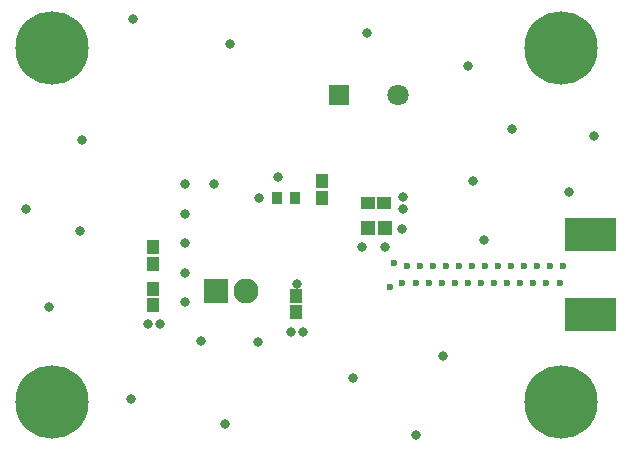
<source format=gbr>
G04*
G04 #@! TF.GenerationSoftware,Altium Limited,Altium Designer,24.4.1 (13)*
G04*
G04 Layer_Color=16711935*
%FSLAX25Y25*%
%MOIN*%
G70*
G04*
G04 #@! TF.SameCoordinates,D49A6A7F-BD6C-421B-9F91-F44A7ED913D7*
G04*
G04*
G04 #@! TF.FilePolarity,Negative*
G04*
G01*
G75*
%ADD21R,0.16961X0.05150*%
%ADD26C,0.08284*%
%ADD27R,0.08284X0.08284*%
%ADD28C,0.07099*%
%ADD29R,0.07099X0.07099*%
%ADD30C,0.24422*%
%ADD31C,0.02362*%
%ADD32C,0.03162*%
%ADD44R,0.04355X0.04547*%
%ADD45R,0.04166X0.04748*%
%ADD46R,0.03775X0.03985*%
%ADD47R,0.04540X0.04934*%
%ADD48R,0.04748X0.04166*%
G36*
X188189Y23622D02*
X171260D01*
Y34646D01*
X188189D01*
Y23622D01*
D02*
G37*
G36*
Y50394D02*
X171260D01*
Y61417D01*
X188189D01*
Y50394D01*
D02*
G37*
D21*
X179728Y31500D02*
D03*
Y53350D02*
D03*
D26*
X64728Y36925D02*
D03*
D27*
X54728D02*
D03*
D28*
X115454Y102257D02*
D03*
D29*
X95769D02*
D03*
D30*
X169685Y118110D02*
D03*
X0D02*
D03*
Y0D02*
D03*
X169685Y0D02*
D03*
D31*
X170606Y45170D02*
D03*
X112812Y38233D02*
D03*
X116932Y39666D02*
D03*
X121294D02*
D03*
X125656D02*
D03*
X130019D02*
D03*
X134381D02*
D03*
X138743D02*
D03*
X143105D02*
D03*
X147467D02*
D03*
X151830D02*
D03*
X156192D02*
D03*
X160554D02*
D03*
X164916D02*
D03*
X169278D02*
D03*
X166266Y45185D02*
D03*
X161904D02*
D03*
X157542D02*
D03*
X153180D02*
D03*
X148818D02*
D03*
X144455D02*
D03*
X140093D02*
D03*
X135731D02*
D03*
X131369D02*
D03*
X127006D02*
D03*
X122644D02*
D03*
X118282D02*
D03*
X114107Y46448D02*
D03*
D32*
X81693Y39291D02*
D03*
X103543Y51496D02*
D03*
X130475Y15293D02*
D03*
X121459Y-10888D02*
D03*
X59333Y119230D02*
D03*
X26971Y127773D02*
D03*
X10081Y87222D02*
D03*
X-8659Y64387D02*
D03*
X9570Y56907D02*
D03*
X-903Y31671D02*
D03*
X100475Y7812D02*
D03*
X57837Y-7463D02*
D03*
X26459Y1120D02*
D03*
X180751Y88718D02*
D03*
X138861Y111946D02*
D03*
X144255Y53836D02*
D03*
X172522Y69860D02*
D03*
X140475Y73678D02*
D03*
X153507Y90923D02*
D03*
X105039Y123031D02*
D03*
X32083Y25854D02*
D03*
X36020D02*
D03*
X83697Y23295D02*
D03*
X79760D02*
D03*
X68797Y19953D02*
D03*
X49938Y20229D02*
D03*
X44327Y33138D02*
D03*
X54169Y72508D02*
D03*
X44327Y42980D02*
D03*
Y52823D02*
D03*
Y62665D02*
D03*
Y72508D02*
D03*
X173622Y27559D02*
D03*
X177559D02*
D03*
X181496D02*
D03*
X185433D02*
D03*
Y57480D02*
D03*
X181496D02*
D03*
X177559D02*
D03*
X173622D02*
D03*
X68997Y68005D02*
D03*
X111123Y51469D02*
D03*
X117029Y68162D02*
D03*
X75297Y75091D02*
D03*
X117029Y64225D02*
D03*
X116635Y57768D02*
D03*
D44*
X90257Y67904D02*
D03*
Y73617D02*
D03*
X33850Y45812D02*
D03*
Y51526D02*
D03*
D45*
X81596Y30004D02*
D03*
Y35327D02*
D03*
X33850Y32169D02*
D03*
Y37493D02*
D03*
D46*
X75139Y67883D02*
D03*
X81255D02*
D03*
D47*
X111020Y57813D02*
D03*
X105312D02*
D03*
D48*
X105488Y66313D02*
D03*
X110812D02*
D03*
M02*

</source>
